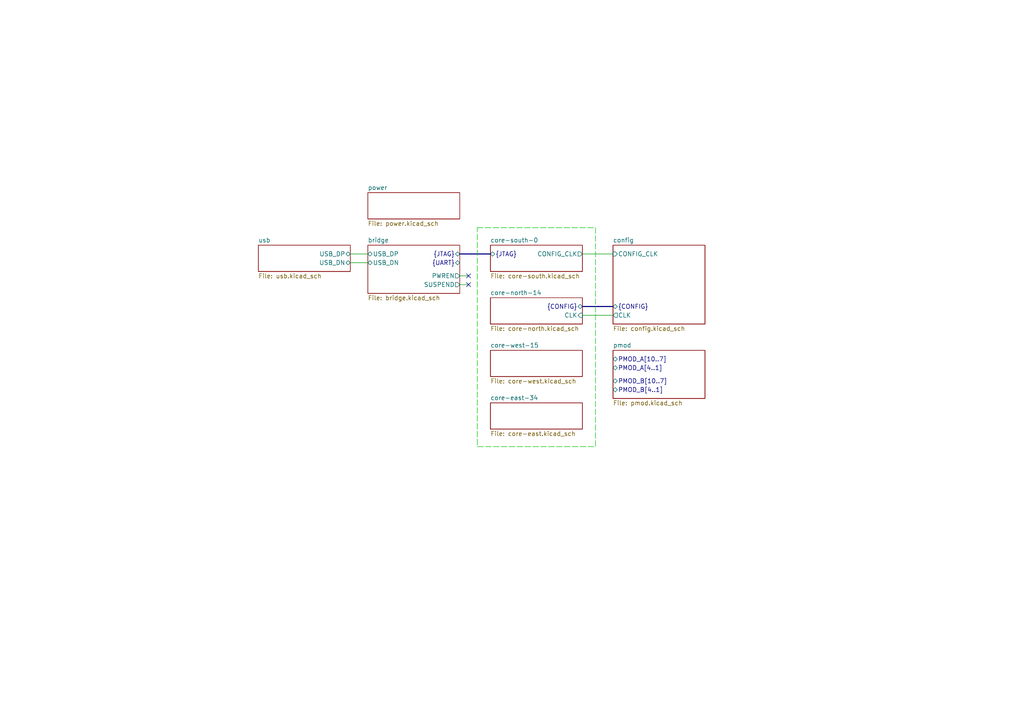
<source format=kicad_sch>
(kicad_sch
	(version 20250114)
	(generator "eeschema")
	(generator_version "9.0")
	(uuid "15e0a42f-48e0-4a5d-9b6b-7d249ffc02ad")
	(paper "A4")
	(title_block
		(title "nuku.carrier.template.basic")
		(date "2025-06-09")
		(rev "0")
		(company "Samuel López Asunción")
		(comment 1 "@supersmau")
	)
	(lib_symbols)
	(bus_alias "CONFIG"
		(members "CONFIG_MOSI_D00" "CONFIG_DIN_D01" "CONFIG_D02" "CONFIG_D03" "CONFIG_FCS_B")
	)
	(bus_alias "JTAG"
		(members "JTAG_TMS" "JTAG_TCK" "JTAG_TDI" "JTAG_TDO")
	)
	(bus_alias "UART"
		(members "UART_TXD" "UART_RXD" "UART_RTS#" "UART_CTS#")
	)
	(rectangle
		(start 138.43 66.04)
		(end 172.72 129.54)
		(stroke
			(width 0)
			(type dash)
			(color 0 194 0 1)
		)
		(fill
			(type none)
		)
		(uuid 58ad5a85-abf7-44fc-88b2-a745afe0a8a4)
	)
	(no_connect
		(at 135.89 80.01)
		(uuid "1bc8758a-8f11-4c44-a3df-2e388bba3dfa")
	)
	(no_connect
		(at 135.89 82.55)
		(uuid "2b35b6e7-d0e4-421e-8dc9-b0c077834371")
	)
	(wire
		(pts
			(xy 133.35 80.01) (xy 135.89 80.01)
		)
		(stroke
			(width 0)
			(type default)
		)
		(uuid "2710b316-4b8e-4d69-ae84-4968972c2bbe")
	)
	(wire
		(pts
			(xy 133.35 82.55) (xy 135.89 82.55)
		)
		(stroke
			(width 0)
			(type default)
		)
		(uuid "3f0f5492-e998-4c17-afd3-e56d48f31138")
	)
	(bus
		(pts
			(xy 168.91 88.9) (xy 177.8 88.9)
		)
		(stroke
			(width 0)
			(type default)
		)
		(uuid "4c061994-3bbd-4bfe-954b-9c4bb0836967")
	)
	(wire
		(pts
			(xy 101.6 76.2) (xy 106.68 76.2)
		)
		(stroke
			(width 0)
			(type default)
		)
		(uuid "5ab9b5bf-7a02-4b6d-8132-fcee0f156442")
	)
	(bus
		(pts
			(xy 133.35 73.66) (xy 142.24 73.66)
		)
		(stroke
			(width 0)
			(type default)
		)
		(uuid "8ecd5ead-a891-4bd3-a7d7-bdb0750e0715")
	)
	(wire
		(pts
			(xy 168.91 73.66) (xy 177.8 73.66)
		)
		(stroke
			(width 0)
			(type default)
		)
		(uuid "bdf9edea-b8fa-4f40-95d0-b4593fed542e")
	)
	(wire
		(pts
			(xy 101.6 73.66) (xy 106.68 73.66)
		)
		(stroke
			(width 0)
			(type default)
		)
		(uuid "d1c1d914-2449-4ad0-9c80-0d90347db524")
	)
	(wire
		(pts
			(xy 168.91 91.44) (xy 177.8 91.44)
		)
		(stroke
			(width 0)
			(type default)
		)
		(uuid "ee707cf1-517f-4e9b-b57f-c6e493eb19bb")
	)
	(sheet
		(at 106.68 55.88)
		(size 26.67 7.62)
		(exclude_from_sim no)
		(in_bom yes)
		(on_board yes)
		(dnp no)
		(fields_autoplaced yes)
		(stroke
			(width 0.1524)
			(type solid)
		)
		(fill
			(color 0 0 0 0.0000)
		)
		(uuid "03922103-ca39-46ff-af8e-cc2c8380fe09")
		(property "Sheetname" "power"
			(at 106.68 55.1684 0)
			(effects
				(font
					(size 1.27 1.27)
				)
				(justify left bottom)
			)
		)
		(property "Sheetfile" "power.kicad_sch"
			(at 106.68 64.0846 0)
			(effects
				(font
					(size 1.27 1.27)
				)
				(justify left top)
			)
		)
		(instances
			(project "nuku-carrier-template-basic"
				(path "/15e0a42f-48e0-4a5d-9b6b-7d249ffc02ad"
					(page "6")
				)
			)
		)
	)
	(sheet
		(at 142.24 86.36)
		(size 26.67 7.62)
		(exclude_from_sim no)
		(in_bom yes)
		(on_board yes)
		(dnp no)
		(fields_autoplaced yes)
		(stroke
			(width 0.1524)
			(type solid)
		)
		(fill
			(color 0 0 0 0.0000)
		)
		(uuid "1507897b-6bf0-4cd8-8ffb-af51fcc8b5a0")
		(property "Sheetname" "core-north-14"
			(at 142.24 85.6484 0)
			(effects
				(font
					(size 1.27 1.27)
				)
				(justify left bottom)
			)
		)
		(property "Sheetfile" "core-north.kicad_sch"
			(at 142.24 94.5646 0)
			(effects
				(font
					(size 1.27 1.27)
				)
				(justify left top)
			)
		)
		(pin "CLK" input
			(at 168.91 91.44 0)
			(uuid "a6915069-95ce-4a0c-b26c-430a16b09bb0")
			(effects
				(font
					(size 1.27 1.27)
				)
				(justify right)
			)
		)
		(pin "{CONFIG}" bidirectional
			(at 168.91 88.9 0)
			(uuid "84f926cc-cad0-49ab-8f19-2ae5e9d9f25a")
			(effects
				(font
					(size 1.27 1.27)
				)
				(justify right)
			)
		)
		(instances
			(project "nuku-carrier-template-basic"
				(path "/15e0a42f-48e0-4a5d-9b6b-7d249ffc02ad"
					(page "4")
				)
			)
		)
	)
	(sheet
		(at 74.93 71.12)
		(size 26.67 7.62)
		(exclude_from_sim no)
		(in_bom yes)
		(on_board yes)
		(dnp no)
		(fields_autoplaced yes)
		(stroke
			(width 0.1524)
			(type solid)
		)
		(fill
			(color 0 0 0 0.0000)
		)
		(uuid "22aca606-566f-46e2-8988-2b52cbc03e51")
		(property "Sheetname" "usb"
			(at 74.93 70.4084 0)
			(effects
				(font
					(size 1.27 1.27)
				)
				(justify left bottom)
			)
		)
		(property "Sheetfile" "usb.kicad_sch"
			(at 74.93 79.3246 0)
			(effects
				(font
					(size 1.27 1.27)
				)
				(justify left top)
			)
		)
		(pin "USB_DN" bidirectional
			(at 101.6 76.2 0)
			(uuid "00bd43aa-5066-4fdf-81d4-ae08d9400e0d")
			(effects
				(font
					(size 1.27 1.27)
				)
				(justify right)
			)
		)
		(pin "USB_DP" bidirectional
			(at 101.6 73.66 0)
			(uuid "1e9b04ae-4f99-47f1-a2f9-becc24e18c20")
			(effects
				(font
					(size 1.27 1.27)
				)
				(justify right)
			)
		)
		(instances
			(project "nuku-carrier-template-basic"
				(path "/15e0a42f-48e0-4a5d-9b6b-7d249ffc02ad"
					(page "7")
				)
			)
		)
	)
	(sheet
		(at 106.68 71.12)
		(size 26.67 13.97)
		(exclude_from_sim no)
		(in_bom yes)
		(on_board yes)
		(dnp no)
		(fields_autoplaced yes)
		(stroke
			(width 0.1524)
			(type solid)
		)
		(fill
			(color 0 0 0 0.0000)
		)
		(uuid "2ae31e92-d0ba-4f05-a019-7f60bd8e0d7e")
		(property "Sheetname" "bridge"
			(at 106.68 70.4084 0)
			(effects
				(font
					(size 1.27 1.27)
				)
				(justify left bottom)
			)
		)
		(property "Sheetfile" "bridge.kicad_sch"
			(at 106.68 85.6746 0)
			(effects
				(font
					(size 1.27 1.27)
				)
				(justify left top)
			)
		)
		(pin "PWREN" output
			(at 133.35 80.01 0)
			(uuid "23d4826c-3e1a-4ae7-ba1e-0ab186b03084")
			(effects
				(font
					(size 1.27 1.27)
				)
				(justify right)
			)
		)
		(pin "SUSPEND" output
			(at 133.35 82.55 0)
			(uuid "9b787fb6-c669-4f90-bbba-df8c7914abf2")
			(effects
				(font
					(size 1.27 1.27)
				)
				(justify right)
			)
		)
		(pin "USB_DN" bidirectional
			(at 106.68 76.2 180)
			(uuid "0de83ebe-feff-4a43-bde5-56a1a4717fd0")
			(effects
				(font
					(size 1.27 1.27)
				)
				(justify left)
			)
		)
		(pin "USB_DP" bidirectional
			(at 106.68 73.66 180)
			(uuid "de1475ec-89c6-4431-9865-8cb06eb9e3f7")
			(effects
				(font
					(size 1.27 1.27)
				)
				(justify left)
			)
		)
		(pin "{JTAG}" bidirectional
			(at 133.35 73.66 0)
			(uuid "d6b89997-eb2f-456a-8641-78757e11af85")
			(effects
				(font
					(size 1.27 1.27)
				)
				(justify right)
			)
		)
		(pin "{UART}" bidirectional
			(at 133.35 76.2 0)
			(uuid "ec038d00-12c7-4290-b9b2-54e4b58c08af")
			(effects
				(font
					(size 1.27 1.27)
				)
				(justify right)
			)
		)
		(instances
			(project "nuku-carrier-template-basic"
				(path "/15e0a42f-48e0-4a5d-9b6b-7d249ffc02ad"
					(page "8")
				)
			)
		)
	)
	(sheet
		(at 177.8 71.12)
		(size 26.67 22.86)
		(exclude_from_sim no)
		(in_bom yes)
		(on_board yes)
		(dnp no)
		(fields_autoplaced yes)
		(stroke
			(width 0.1524)
			(type solid)
		)
		(fill
			(color 0 0 0 0.0000)
		)
		(uuid "7dac40ed-a7ca-4544-9148-bf95ff4c6d66")
		(property "Sheetname" "config"
			(at 177.8 70.4084 0)
			(effects
				(font
					(size 1.27 1.27)
				)
				(justify left bottom)
			)
		)
		(property "Sheetfile" "config.kicad_sch"
			(at 177.8 94.5646 0)
			(effects
				(font
					(size 1.27 1.27)
				)
				(justify left top)
			)
		)
		(pin "CLK" output
			(at 177.8 91.44 180)
			(uuid "b5f626b8-d4f6-436f-82ed-a48a79f66167")
			(effects
				(font
					(size 1.27 1.27)
				)
				(justify left)
			)
		)
		(pin "CONFIG_CLK" input
			(at 177.8 73.66 180)
			(uuid "f677118c-d240-4721-a519-91b60a92d0b1")
			(effects
				(font
					(size 1.27 1.27)
				)
				(justify left)
			)
		)
		(pin "{CONFIG}" bidirectional
			(at 177.8 88.9 180)
			(uuid "45c135d6-680e-4e19-8b83-1b7858de71be")
			(effects
				(font
					(size 1.27 1.27)
				)
				(justify left)
			)
		)
		(instances
			(project "nuku-carrier-template-basic"
				(path "/15e0a42f-48e0-4a5d-9b6b-7d249ffc02ad"
					(page "9")
				)
			)
		)
	)
	(sheet
		(at 142.24 116.84)
		(size 26.67 7.62)
		(exclude_from_sim no)
		(in_bom yes)
		(on_board yes)
		(dnp no)
		(fields_autoplaced yes)
		(stroke
			(width 0.1524)
			(type solid)
		)
		(fill
			(color 0 0 0 0.0000)
		)
		(uuid "a6d2c372-f8eb-4b45-9928-87d1b28a3847")
		(property "Sheetname" "core-east-34"
			(at 142.24 116.1284 0)
			(effects
				(font
					(size 1.27 1.27)
				)
				(justify left bottom)
			)
		)
		(property "Sheetfile" "core-east.kicad_sch"
			(at 142.24 125.0446 0)
			(effects
				(font
					(size 1.27 1.27)
				)
				(justify left top)
			)
		)
		(instances
			(project "nuku-carrier-template-basic"
				(path "/15e0a42f-48e0-4a5d-9b6b-7d249ffc02ad"
					(page "3")
				)
			)
		)
	)
	(sheet
		(at 177.8 101.6)
		(size 26.67 13.97)
		(exclude_from_sim no)
		(in_bom yes)
		(on_board yes)
		(dnp no)
		(fields_autoplaced yes)
		(stroke
			(width 0.1524)
			(type solid)
		)
		(fill
			(color 0 0 0 0.0000)
		)
		(uuid "cb35697b-7148-4b12-9d2d-66ae29597163")
		(property "Sheetname" "pmod"
			(at 177.8 100.8884 0)
			(effects
				(font
					(size 1.27 1.27)
				)
				(justify left bottom)
			)
		)
		(property "Sheetfile" "pmod.kicad_sch"
			(at 177.8 116.1546 0)
			(effects
				(font
					(size 1.27 1.27)
				)
				(justify left top)
			)
		)
		(pin "PMOD_A[4..1]" bidirectional
			(at 177.8 106.68 180)
			(uuid "a01275cf-bfdd-4f49-8430-8174bb044ba2")
			(effects
				(font
					(size 1.27 1.27)
				)
				(justify left)
			)
		)
		(pin "PMOD_A[10..7]" bidirectional
			(at 177.8 104.14 180)
			(uuid "e46ffb40-6d6b-41dc-9c63-9a771ac76aef")
			(effects
				(font
					(size 1.27 1.27)
				)
				(justify left)
			)
		)
		(pin "PMOD_B[4..1]" bidirectional
			(at 177.8 113.03 180)
			(uuid "6615f85d-6572-4c48-9503-41d2a02a4493")
			(effects
				(font
					(size 1.27 1.27)
				)
				(justify left)
			)
		)
		(pin "PMOD_B[10..7]" bidirectional
			(at 177.8 110.49 180)
			(uuid "6ef69243-85be-4e12-b69a-39dee790e75c")
			(effects
				(font
					(size 1.27 1.27)
				)
				(justify left)
			)
		)
		(instances
			(project "nuku-carrier-template-basic"
				(path "/15e0a42f-48e0-4a5d-9b6b-7d249ffc02ad"
					(page "10")
				)
			)
		)
	)
	(sheet
		(at 142.24 71.12)
		(size 26.67 7.62)
		(exclude_from_sim no)
		(in_bom yes)
		(on_board yes)
		(dnp no)
		(fields_autoplaced yes)
		(stroke
			(width 0.1524)
			(type solid)
		)
		(fill
			(color 0 0 0 0.0000)
		)
		(uuid "ef4b559c-b874-49e1-888b-254edf65eaa4")
		(property "Sheetname" "core-south-0"
			(at 142.24 70.4084 0)
			(effects
				(font
					(size 1.27 1.27)
				)
				(justify left bottom)
			)
		)
		(property "Sheetfile" "core-south.kicad_sch"
			(at 142.24 79.3246 0)
			(effects
				(font
					(size 1.27 1.27)
				)
				(justify left top)
			)
		)
		(pin "CONFIG_CLK" output
			(at 168.91 73.66 0)
			(uuid "ac55db0d-a1ea-4213-a2f6-e66b6f5a2b9a")
			(effects
				(font
					(size 1.27 1.27)
				)
				(justify right)
			)
		)
		(pin "{JTAG}" bidirectional
			(at 142.24 73.66 180)
			(uuid "8136664d-f79a-488d-b782-4b70e96a34b5")
			(effects
				(font
					(size 1.27 1.27)
				)
				(justify left)
			)
		)
		(instances
			(project "nuku-carrier-template-basic"
				(path "/15e0a42f-48e0-4a5d-9b6b-7d249ffc02ad"
					(page "2")
				)
			)
		)
	)
	(sheet
		(at 142.24 101.6)
		(size 26.67 7.62)
		(exclude_from_sim no)
		(in_bom yes)
		(on_board yes)
		(dnp no)
		(fields_autoplaced yes)
		(stroke
			(width 0.1524)
			(type solid)
		)
		(fill
			(color 0 0 0 0.0000)
		)
		(uuid "f5fddfe7-b42d-4071-b0c3-78519ce86dea")
		(property "Sheetname" "core-west-15"
			(at 142.24 100.8884 0)
			(effects
				(font
					(size 1.27 1.27)
				)
				(justify left bottom)
			)
		)
		(property "Sheetfile" "core-west.kicad_sch"
			(at 142.24 109.8046 0)
			(effects
				(font
					(size 1.27 1.27)
				)
				(justify left top)
			)
		)
		(instances
			(project "nuku-carrier-template-basic"
				(path "/15e0a42f-48e0-4a5d-9b6b-7d249ffc02ad"
					(page "5")
				)
			)
		)
	)
	(sheet_instances
		(path "/"
			(page "1")
		)
	)
	(embedded_fonts no)
)

</source>
